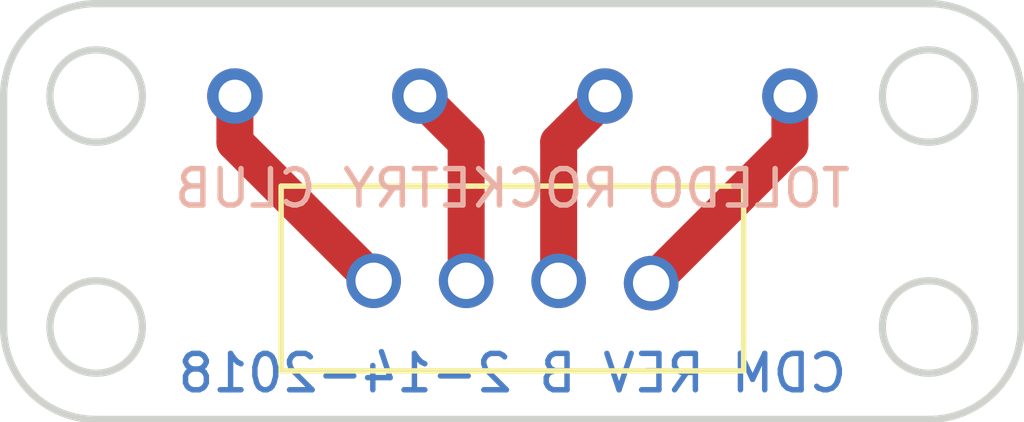
<source format=kicad_pcb>
(kicad_pcb (version 4) (host pcbnew 4.0.5+dfsg1-4)

  (general
    (links 4)
    (no_connects 0)
    (area 74.282299 87.9853 170.280001 102.446103)
    (thickness 1.6)
    (drawings 14)
    (tracks 23)
    (zones 0)
    (modules 2)
    (nets 5)
  )

  (page A4)
  (layers
    (0 F.Cu signal)
    (31 B.Cu signal)
    (32 B.Adhes user)
    (33 F.Adhes user)
    (34 B.Paste user)
    (35 F.Paste user)
    (36 B.SilkS user)
    (37 F.SilkS user)
    (38 B.Mask user)
    (39 F.Mask user)
    (40 Dwgs.User user)
    (41 Cmts.User user)
    (42 Eco1.User user)
    (43 Eco2.User user)
    (44 Edge.Cuts user)
    (45 Margin user)
    (46 B.CrtYd user)
    (47 F.CrtYd user)
    (48 B.Fab user hide)
    (49 F.Fab user hide)
  )

  (setup
    (last_trace_width 0.2032)
    (user_trace_width 0.254)
    (user_trace_width 0.4064)
    (user_trace_width 0.508)
    (user_trace_width 0.7874)
    (user_trace_width 1.016)
    (user_trace_width 1.27)
    (user_trace_width 1.27)
    (user_trace_width 2.032)
    (trace_clearance 0.1397)
    (zone_clearance 0.1524)
    (zone_45_only no)
    (trace_min 0.2)
    (segment_width 0.2)
    (edge_width 0.2)
    (via_size 0.6)
    (via_drill 0.4)
    (via_min_size 0.4)
    (via_min_drill 0.3)
    (uvia_size 0.3)
    (uvia_drill 0.1)
    (uvias_allowed no)
    (uvia_min_size 0)
    (uvia_min_drill 0)
    (pcb_text_width 0.3)
    (pcb_text_size 1.5 1.5)
    (mod_edge_width 0.15)
    (mod_text_size 1 1)
    (mod_text_width 0.15)
    (pad_size 1.524 1.524)
    (pad_drill 0.9)
    (pad_to_mask_clearance 0.2)
    (aux_axis_origin 0 0)
    (visible_elements FFFEFF7F)
    (pcbplotparams
      (layerselection 0x010f0_80000001)
      (usegerberextensions true)
      (excludeedgelayer true)
      (linewidth 0.100000)
      (plotframeref false)
      (viasonmask false)
      (mode 1)
      (useauxorigin false)
      (hpglpennumber 1)
      (hpglpenspeed 20)
      (hpglpendiameter 15)
      (hpglpenoverlay 2)
      (psnegative false)
      (psa4output false)
      (plotreference true)
      (plotvalue true)
      (plotinvisibletext false)
      (padsonsilk false)
      (subtractmaskfromsilk false)
      (outputformat 1)
      (mirror false)
      (drillshape 0)
      (scaleselection 1)
      (outputdirectory "AX5043 REV A GERBER"))
  )

  (net 0 "")
  (net 1 "Net-(P1-Pad1)")
  (net 2 "Net-(P1-Pad2)")
  (net 3 "Net-(P1-Pad3)")
  (net 4 "Net-(P1-Pad4)")

  (net_class Default "This is the default net class."
    (clearance 0.1397)
    (trace_width 0.2032)
    (via_dia 0.6)
    (via_drill 0.4)
    (uvia_dia 0.3)
    (uvia_drill 0.1)
    (add_net "Net-(P1-Pad1)")
    (add_net "Net-(P1-Pad2)")
    (add_net "Net-(P1-Pad3)")
    (add_net "Net-(P1-Pad4)")
  )

  (module MOD:TE1X4_5-103669-3 (layer F.Cu) (tedit 5A9AA73B) (tstamp 5A6560AC)
    (at 154.94 93.9165)
    (path /5A20C7B3)
    (fp_text reference P2 (at 0 0.5) (layer F.SilkS) hide
      (effects (font (size 1 1) (thickness 0.15)))
    )
    (fp_text value "TE 1X4" (at 0 -0.5) (layer F.Fab)
      (effects (font (size 1 1) (thickness 0.15)))
    )
    (fp_line (start -5.08 5.08) (end -5.08 0) (layer F.SilkS) (width 0.15))
    (fp_line (start 7.62 5.08) (end -5.08 5.08) (layer F.SilkS) (width 0.15))
    (fp_line (start 7.62 0) (end 7.62 5.08) (layer F.SilkS) (width 0.15))
    (fp_line (start -5.08 0) (end 7.62 0) (layer F.SilkS) (width 0.15))
    (pad 3 thru_hole circle (at 2.54 2.6035) (size 1.5 1.5) (drill 1) (layers *.Cu *.Mask)
      (net 3 "Net-(P1-Pad3)"))
    (pad 2 thru_hole circle (at 0 2.6035) (size 1.5 1.5) (drill 1) (layers *.Cu *.Mask)
      (net 2 "Net-(P1-Pad2)"))
    (pad 1 thru_hole circle (at -2.54 2.6035) (size 1.5 1.5) (drill 1) (layers *.Cu *.Mask)
      (net 1 "Net-(P1-Pad1)"))
    (pad 4 thru_hole circle (at 5.08 2.667) (size 1.5 1.5) (drill 1) (layers *.Cu *.Mask)
      (net 4 "Net-(P1-Pad4)"))
  )

  (module "MOD:4 PIN POGO" (layer F.Cu) (tedit 5A9AA7C5) (tstamp 5A84D658)
    (at 156.21 91.44)
    (path /5A656106)
    (fp_text reference P1 (at 1.27 0.5) (layer F.SilkS) hide
      (effects (font (size 1 1) (thickness 0.15)))
    )
    (fp_text value "4 PIN POGO" (at 0 -2.54) (layer F.Fab)
      (effects (font (size 1 1) (thickness 0.15)))
    )
    (pad 1 thru_hole circle (at -7.62 0) (size 1.524 1.524) (drill 0.9) (layers *.Cu *.Mask)
      (net 1 "Net-(P1-Pad1)"))
    (pad 2 thru_hole circle (at -2.54 0) (size 1.524 1.524) (drill 0.9) (layers *.Cu *.Mask)
      (net 2 "Net-(P1-Pad2)"))
    (pad 3 thru_hole circle (at 2.54 0) (size 1.524 1.524) (drill 0.9) (layers *.Cu *.Mask)
      (net 3 "Net-(P1-Pad3)"))
    (pad 4 thru_hole circle (at 7.62 0) (size 1.524 1.524) (drill 0.9) (layers *.Cu *.Mask)
      (net 4 "Net-(P1-Pad4)"))
  )

  (gr_text "TOLEDO ROCKETRY CLUB" (at 156.21 93.98) (layer B.SilkS)
    (effects (font (size 1 1) (thickness 0.15)) (justify mirror))
  )
  (gr_text "CDM REV B 2-14-2018" (at 156.21 99.06) (layer B.Cu)
    (effects (font (size 1 1) (thickness 0.15)) (justify mirror))
  )
  (gr_circle (center 144.78 97.79) (end 144.78 96.52) (layer Edge.Cuts) (width 0.2))
  (gr_circle (center 167.64 97.79) (end 167.64 96.52) (layer Edge.Cuts) (width 0.2))
  (gr_circle (center 144.78 91.44) (end 144.78 90.17) (layer Edge.Cuts) (width 0.2))
  (gr_circle (center 167.64 91.44) (end 167.64 90.17) (layer Edge.Cuts) (width 0.2))
  (gr_arc (start 144.78 91.44) (end 142.24 91.44) (angle 90) (layer Edge.Cuts) (width 0.2))
  (gr_arc (start 144.78 97.79) (end 144.78 100.33) (angle 90) (layer Edge.Cuts) (width 0.2))
  (gr_arc (start 167.64 97.79) (end 170.18 97.79) (angle 90) (layer Edge.Cuts) (width 0.2))
  (gr_arc (start 167.64 91.44) (end 167.64 88.9) (angle 90) (layer Edge.Cuts) (width 0.2))
  (gr_line (start 142.24 97.79) (end 142.24 91.44) (layer Edge.Cuts) (width 0.2))
  (gr_line (start 167.64 100.33) (end 144.78 100.33) (layer Edge.Cuts) (width 0.2))
  (gr_line (start 170.18 91.44) (end 170.18 97.79) (layer Edge.Cuts) (width 0.2))
  (gr_line (start 144.78 88.9) (end 167.64 88.9) (layer Edge.Cuts) (width 0.2))

  (segment (start 95.758 100.838) (end 95.25 101.346) (width 0.7874) (layer In2.Cu) (net 0))
  (segment (start 93.146599 101.671401) (end 93.472 101.346) (width 1.27) (layer In2.Cu) (net 0))
  (segment (start 75.870499 100.596001) (end 87.970292 100.596001) (width 1.27) (layer In2.Cu) (net 0))
  (segment (start 87.970292 100.596001) (end 89.045692 101.671401) (width 1.27) (layer In2.Cu) (net 0))
  (segment (start 89.045692 101.671401) (end 93.146599 101.671401) (width 1.27) (layer In2.Cu) (net 0))
  (segment (start 95.25 101.346) (end 93.472 101.346) (width 0.7874) (layer In2.Cu) (net 0))
  (segment (start 75.1205 101.346) (end 75.870499 100.596001) (width 1.27) (layer In2.Cu) (net 0))
  (segment (start 94.742 101.346) (end 94.442001 101.645999) (width 0.7874) (layer In2.Cu) (net 0))
  (segment (start 93.771999 101.645999) (end 93.472 101.346) (width 0.7874) (layer In2.Cu) (net 0))
  (segment (start 94.442001 101.645999) (end 93.771999 101.645999) (width 0.7874) (layer In2.Cu) (net 0))
  (segment (start 94.742 101.346) (end 95.758 101.346) (width 0.7874) (layer In2.Cu) (net 0))
  (segment (start 93.472 101.346) (end 94.107 101.346) (width 1.27) (layer In2.Cu) (net 0))
  (segment (start 75.057 93.345) (end 76.594401 94.882401) (width 1.27) (layer In2.Cu) (net 0))
  (segment (start 76.594401 94.882401) (end 76.594401 99.872099) (width 1.27) (layer In2.Cu) (net 0))
  (segment (start 76.594401 99.872099) (end 75.870499 100.596001) (width 1.27) (layer In2.Cu) (net 0))
  (segment (start 148.59 91.44) (end 148.59 92.71) (width 1.016) (layer F.Cu) (net 1))
  (segment (start 148.59 92.71) (end 152.4 96.52) (width 1.016) (layer F.Cu) (net 1))
  (segment (start 154.94 96.52) (end 154.94 92.71) (width 1.016) (layer F.Cu) (net 2))
  (segment (start 154.94 92.71) (end 153.67 91.44) (width 1.016) (layer F.Cu) (net 2))
  (segment (start 157.48 96.52) (end 157.48 92.71) (width 1.016) (layer F.Cu) (net 3))
  (segment (start 157.48 92.71) (end 158.75 91.44) (width 1.016) (layer F.Cu) (net 3))
  (segment (start 163.83 91.44) (end 163.83 92.7735) (width 1.016) (layer F.Cu) (net 4))
  (segment (start 163.83 92.7735) (end 160.02 96.5835) (width 1.016) (layer F.Cu) (net 4))

)

</source>
